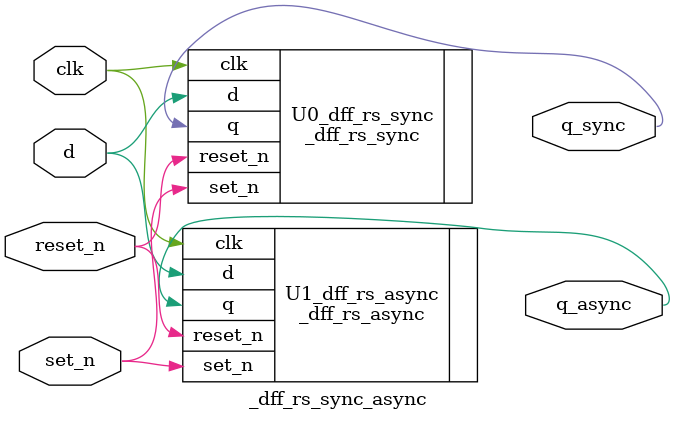
<source format=v>
module _dff_rs_sync_async(clk, set_n, reset_n, d, q_sync, q_async); // Sync/Async set/resettable d ff
	input clk, set_n, reset_n, d;
	output q_sync, q_async;

	_dff_rs_sync U0_dff_rs_sync(.clk(clk),.set_n(set_n),.reset_n(reset_n),.d(d),.q(q_sync)); //Sync
	_dff_rs_async U1_dff_rs_async(.clk(clk),.set_n(set_n),.reset_n(reset_n),.d(d),.q(q_async)); //Async

endmodule
</source>
